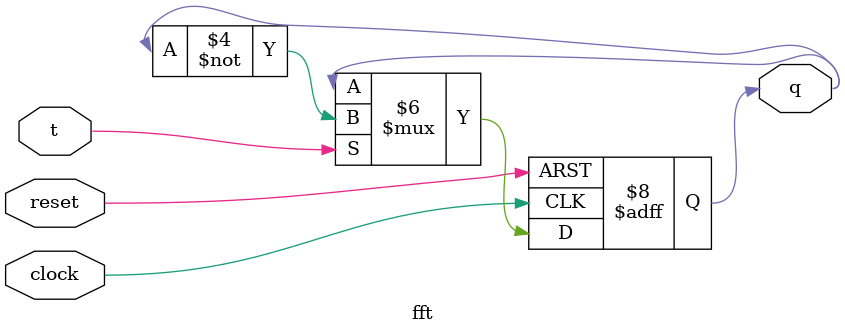
<source format=sv>
module fft (
    input logic clock, reset, t,
    output logic q
);
    always_ff @(posedge clock, posedge reset) 
        begin
            if (reset == 1'b1)
                q = 1'b0;
            else if (t == 1'b1)
                q = ~q;
        end
endmodule

</source>
